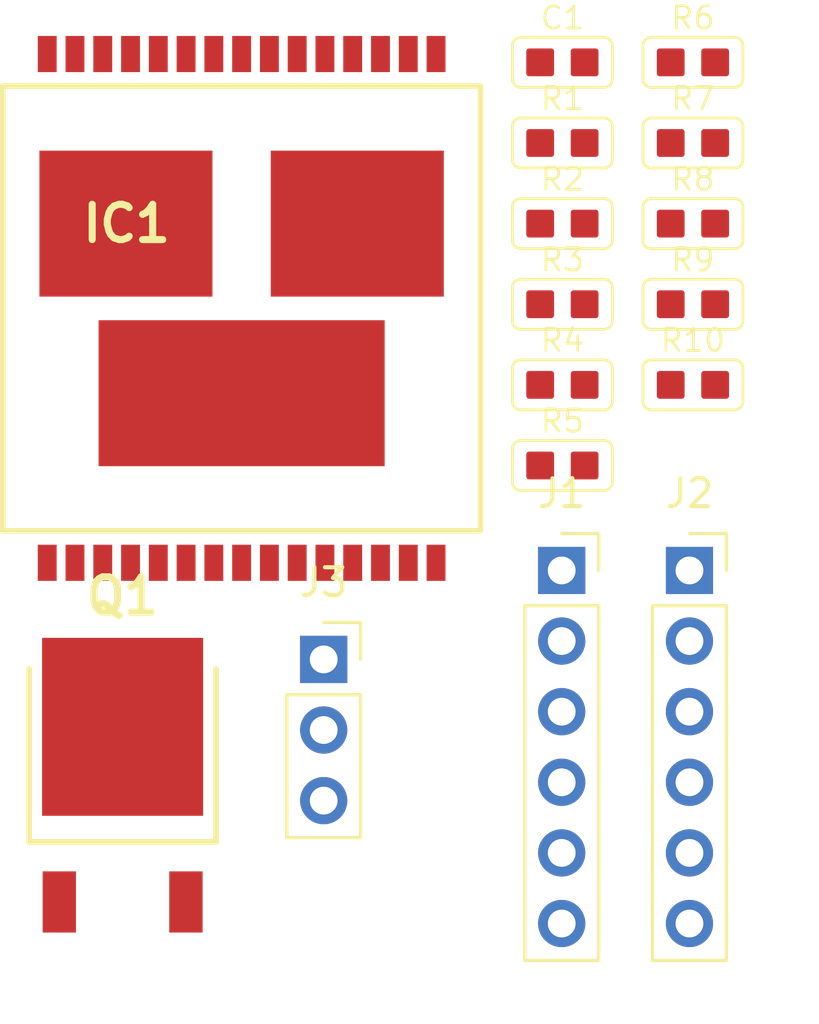
<source format=kicad_pcb>
(kicad_pcb (version 20221018) (generator pcbnew)
  (layers (0 "F.Cu" signal) (1 "In1.Cu" signal) (2 "In2.Cu" signal) (31 "B.Cu" signal) (34 "B.Paste" user) (35 "F.Paste" user) (36 "B.SilkS" user "B.Silkscreen") (37 "F.SilkS" user "F.Silkscreen") (38 "B.Mask" user) (39 "F.Mask" user) (44 "Edge.Cuts" user))
  (net 0 "")
  (net 1 "/M1 CS")
  (net 2 "GND")
  (net 3 "Net-(IC1-INA)")
  (net 4 "Net-(IC1-ENA)")
  (net 5 "Net-(IC1-CS_DIS)")
  (net 6 "Net-(IC1-PWM)")
  (net 7 "Net-(IC1-CS)")
  (net 8 "Net-(IC1-ENB)")
  (net 9 "Net-(IC1-INB)")
  (net 10 "Net-(IC1-CP)")
  (net 11 "VCC")
  (net 12 "/M1 OUTA")
  (net 13 "/M1 OUTB")
  (net 14 "Net-(Q1-D)")
  (net 15 "/M1 INA")
  (net 16 "/M1 INB")
  (net 17 "/M1 PWM")
  (net 18 "/ENC 1")
  (net 19 "/ENC 2")
  (net 20 "+3V3")
  (net 21 "/M SW")
  (footprint "test-pcb:res0603" (layer "F.Cu") (at 56.005 38.325)
    (fp_text reference "R8" (at 0 -1.6) (layer "F.SilkS") (effects (font (size 0.8 0.8) (thickness 0.1))))
    (fp_text value "10K")
    (fp_line (start -1.8 0.6) (end -1.8 -0.6) (stroke (width 0.1)) (layer "F.SilkS"))
    (fp_line (start -1.5 -0.9) (end 1.5 -0.9) (stroke (width 0.1)) (layer "F.SilkS"))
    (fp_line (start -1.5 0.9) (end 1.5 0.9) (stroke (width 0.1)) (layer "F.SilkS"))
    (fp_line (start 1.8 -0.6) (end 1.8 0.6) (stroke (width 0.1)) (layer "F.SilkS"))
    (fp_arc (start -1.8 -0.6) (mid -1.712132 -0.812132) (end -1.5 -0.9) (stroke (width 0.1)) (layer "F.SilkS"))
    (fp_arc (start -1.5 0.9) (mid -1.712132 0.812132) (end -1.8 0.6) (stroke (width 0.1)) (layer "F.SilkS"))
    (fp_arc (start 1.5 -0.9) (mid 1.712132 -0.812132) (end 1.8 -0.6) (stroke (width 0.1)) (layer "F.SilkS"))
    (fp_arc (start 1.8 0.6) (mid 1.712132 0.812132) (end 1.5 0.9) (stroke (width 0.1)) (layer "F.SilkS"))
    (pad "1" smd roundrect (at -0.8 0) (size 1 1) (layers "F.Cu" "F.Paste" "F.Mask") (roundrect_rratio 0.1) (net 20 "+3V3"))
    (pad "2" smd roundrect (at 0.8 0) (size 1 1) (layers "F.Cu" "F.Paste" "F.Mask") (roundrect_rratio 0.1) (net 8 "Net-(IC1-ENB)"))
  )
  (footprint "test-pcb:res0603" (layer "F.Cu") (at 56.005 44.125)
    (fp_text reference "R10" (at 0 -1.6) (layer "F.SilkS") (effects (font (size 0.8 0.8) (thickness 0.1))))
    (fp_text value "10K")
    (fp_line (start -1.8 0.6) (end -1.8 -0.6) (stroke (width 0.1)) (layer "F.SilkS"))
    (fp_line (start -1.5 -0.9) (end 1.5 -0.9) (stroke (width 0.1)) (layer "F.SilkS"))
    (fp_line (start -1.5 0.9) (end 1.5 0.9) (stroke (width 0.1)) (layer "F.SilkS"))
    (fp_line (start 1.8 -0.6) (end 1.8 0.6) (stroke (width 0.1)) (layer "F.SilkS"))
    (fp_arc (start -1.8 -0.6) (mid -1.712132 -0.812132) (end -1.5 -0.9) (stroke (width 0.1)) (layer "F.SilkS"))
    (fp_arc (start -1.5 0.9) (mid -1.712132 0.812132) (end -1.8 0.6) (stroke (width 0.1)) (layer "F.SilkS"))
    (fp_arc (start 1.5 -0.9) (mid 1.712132 -0.812132) (end 1.8 -0.6) (stroke (width 0.1)) (layer "F.SilkS"))
    (fp_arc (start 1.8 0.6) (mid 1.712132 0.812132) (end 1.5 0.9) (stroke (width 0.1)) (layer "F.SilkS"))
    (pad "1" smd roundrect (at -0.8 0) (size 1 1) (layers "F.Cu" "F.Paste" "F.Mask") (roundrect_rratio 0.1) (net 5 "Net-(IC1-CS_DIS)"))
    (pad "2" smd roundrect (at 0.8 0) (size 1 1) (layers "F.Cu" "F.Paste" "F.Mask") (roundrect_rratio 0.1) (net 2 "GND"))
  )
  (footprint "test-pcb:VNH5019A-E" (layer "F.Cu") (at 45.755 35.375)
    (fp_text reference "IC1" (at -10.14067 2.95) (layer "F.SilkS") (effects (font (size 1.27 1.27) (thickness 0.254))))
    (fp_text value "VNH5019ATR-E" hide)
    (fp_line (start -14.6 -2) (end 2.6 -2) (stroke (width 0.2)) (layer "F.SilkS"))
    (fp_line (start -14.6 14) (end -14.6 -2) (stroke (width 0.2)) (layer "F.SilkS"))
    (fp_line (start 2.6 -2) (end 2.6 14) (stroke (width 0.2)) (layer "F.SilkS"))
    (fp_line (start 2.6 14) (end -14.6 14) (stroke (width 0.2)) (layer "F.SilkS"))
    (pad "2" smd rect (at -12 15.15) (size 0.68 1.3) (layers "F.Cu" "F.Paste" "F.Mask"))
    (pad "4" smd rect (at -10 15.15) (size 0.68 1.3) (layers "F.Cu" "F.Paste" "F.Mask") (net 3 "Net-(IC1-INA)"))
    (pad "5" smd rect (at -9 15.15) (size 0.68 1.3) (layers "F.Cu" "F.Paste" "F.Mask") (net 4 "Net-(IC1-ENA)"))
    (pad "6" smd rect (at -8 15.15) (size 0.68 1.3) (layers "F.Cu" "F.Paste" "F.Mask") (net 5 "Net-(IC1-CS_DIS)"))
    (pad "7" smd rect (at -7 15.15) (size 0.68 1.3) (layers "F.Cu" "F.Paste" "F.Mask") (net 6 "Net-(IC1-PWM)"))
    (pad "8" smd rect (at -6 15.15) (size 0.68 1.3) (layers "F.Cu" "F.Paste" "F.Mask") (net 7 "Net-(IC1-CS)"))
    (pad "9" smd rect (at -5 15.15) (size 0.68 1.3) (layers "F.Cu" "F.Paste" "F.Mask") (net 8 "Net-(IC1-ENB)"))
    (pad "10" smd rect (at -4 15.15) (size 0.68 1.3) (layers "F.Cu" "F.Paste" "F.Mask") (net 9 "Net-(IC1-INB)"))
    (pad "11" smd rect (at -3 15.15) (size 0.68 1.3) (layers "F.Cu" "F.Paste" "F.Mask") (net 10 "Net-(IC1-CP)"))
    (pad "12" smd rect (at -2 15.15) (size 0.68 1.3) (layers "F.Cu" "F.Paste" "F.Mask") (net 11 "VCC"))
    (pad "14" smd rect (at 0 15.15) (size 0.68 1.3) (layers "F.Cu" "F.Paste" "F.Mask"))
    (pad "17" smd rect (at 0 -3.15) (size 0.68 1.3) (layers "F.Cu" "F.Paste" "F.Mask"))
    (pad "21" smd rect (at -4 -3.15) (size 0.68 1.3) (layers "F.Cu" "F.Paste" "F.Mask"))
    (pad "22" smd rect (at -5 -3.15) (size 0.68 1.3) (layers "F.Cu" "F.Paste" "F.Mask"))
    (pad "24" smd rect (at -7 -3.15) (size 0.68 1.3) (layers "F.Cu" "F.Paste" "F.Mask"))
    (pad "29" smd rect (at -12 -3.15) (size 0.68 1.3) (layers "F.Cu" "F.Paste" "F.Mask"))
    (pad "GND" smd rect (at -11 -3.15) (size 0.68 1.3) (layers "F.Cu" "F.Paste" "F.Mask"))
    (pad "GND" smd rect (at -10 -3.15) (size 0.68 1.3) (layers "F.Cu" "F.Paste" "F.Mask"))
    (pad "GND" smd rect (at -9 -3.15) (size 0.68 1.3) (layers "F.Cu" "F.Paste" "F.Mask"))
    (pad "GND" smd rect (at -3 -3.15) (size 0.68 1.3) (layers "F.Cu" "F.Paste" "F.Mask"))
    (pad "GND" smd rect (at -2 -3.15) (size 0.68 1.3) (layers "F.Cu" "F.Paste" "F.Mask"))
    (pad "GND" smd rect (at -1 -3.15) (size 0.68 1.3) (layers "F.Cu" "F.Paste" "F.Mask"))
    (pad "OUTA" smd rect (at -13 -3.15) (size 0.68 1.3) (layers "F.Cu" "F.Paste" "F.Mask") (net 12 "/M1 OUTA"))
    (pad "OUTA" smd rect (at -13 15.15) (size 0.68 1.3) (layers "F.Cu" "F.Paste" "F.Mask") (net 12 "/M1 OUTA"))
    (pad "OUTA" smd rect (at -10.165 2.95 90) (size 5.25 6.23) (layers "F.Cu" "F.Paste" "F.Mask") (net 12 "/M1 OUTA"))
    (pad "OUTA" smd rect (at -8 -3.15) (size 0.68 1.3) (layers "F.Cu" "F.Paste" "F.Mask") (net 12 "/M1 OUTA"))
    (pad "OUTB" smd rect (at -1.835 2.95 90) (size 5.25 6.23) (layers "F.Cu" "F.Paste" "F.Mask") (net 13 "/M1 OUTB"))
    (pad "OUTB" smd rect (at 1 -3.15) (size 0.68 1.3) (layers "F.Cu" "F.Paste" "F.Mask") (net 13 "/M1 OUTB"))
    (pad "OUTB" smd rect (at 1 15.15) (size 0.68 1.3) (layers "F.Cu" "F.Paste" "F.Mask") (net 13 "/M1 OUTB"))
    (pad "VCC" smd rect (at -11 15.15) (size 0.68 1.3) (layers "F.Cu" "F.Paste" "F.Mask") (net 14 "Net-(Q1-D)"))
    (pad "VCC" smd rect (at -6 -3.15) (size 0.68 1.3) (layers "F.Cu" "F.Paste" "F.Mask") (net 14 "Net-(Q1-D)"))
    (pad "VCC" smd rect (at -6 9.05 90) (size 5.25 10.3) (layers "F.Cu" "F.Paste" "F.Mask") (net 14 "Net-(Q1-D)"))
    (pad "VCC" smd rect (at -1 15.15) (size 0.68 1.3) (layers "F.Cu" "F.Paste" "F.Mask") (net 14 "Net-(Q1-D)"))
  )
  (footprint "test-pcb:res0603" (layer "F.Cu") (at 51.305 38.325)
    (fp_text reference "R2" (at 0 -1.6) (layer "F.SilkS") (effects (font (size 0.8 0.8) (thickness 0.1))))
    (fp_text value "1K")
    (fp_line (start -1.8 0.6) (end -1.8 -0.6) (stroke (width 0.1)) (layer "F.SilkS"))
    (fp_line (start -1.5 -0.9) (end 1.5 -0.9) (stroke (width 0.1)) (layer "F.SilkS"))
    (fp_line (start -1.5 0.9) (end 1.5 0.9) (stroke (width 0.1)) (layer "F.SilkS"))
    (fp_line (start 1.8 -0.6) (end 1.8 0.6) (stroke (width 0.1)) (layer "F.SilkS"))
    (fp_arc (start -1.8 -0.6) (mid -1.712132 -0.812132) (end -1.5 -0.9) (stroke (width 0.1)) (layer "F.SilkS"))
    (fp_arc (start -1.5 0.9) (mid -1.712132 0.812132) (end -1.8 0.6) (stroke (width 0.1)) (layer "F.SilkS"))
    (fp_arc (start 1.5 -0.9) (mid 1.712132 -0.812132) (end 1.8 -0.6) (stroke (width 0.1)) (layer "F.SilkS"))
    (fp_arc (start 1.8 0.6) (mid 1.712132 0.812132) (end 1.5 0.9) (stroke (width 0.1)) (layer "F.SilkS"))
    (pad "1" smd roundrect (at -0.8 0) (size 1 1) (layers "F.Cu" "F.Paste" "F.Mask") (roundrect_rratio 0.1) (net 21 "/M SW"))
    (pad "2" smd roundrect (at 0.8 0) (size 1 1) (layers "F.Cu" "F.Paste" "F.Mask") (roundrect_rratio 0.1) (net 8 "Net-(IC1-ENB)"))
  )
  (footprint "Connector_PinSocket_2.54mm:PinSocket_1x03_P2.54mm_Vertical" (layer "F.Cu") (at 42.71 54)
    (fp_text reference "J3" (at 0 -2.77) (layer "F.SilkS"))
    (fp_text value "Conn_01x03")
    (fp_line (start -1.33 1.27) (end -1.33 6.41) (stroke (width 0.12)) (layer "F.SilkS"))
    (fp_line (start -1.33 1.27) (end 1.33 1.27) (stroke (width 0.12)) (layer "F.SilkS"))
    (fp_line (start -1.33 6.41) (end 1.33 6.41) (stroke (width 0.12)) (layer "F.SilkS"))
    (fp_line (start 0 -1.33) (end 1.33 -1.33) (stroke (width 0.12)) (layer "F.SilkS"))
    (fp_line (start 1.33 -1.33) (end 1.33 0) (stroke (width 0.12)) (layer "F.SilkS"))
    (fp_line (start 1.33 1.27) (end 1.33 6.41) (stroke (width 0.12)) (layer "F.SilkS"))
    (pad "1" thru_hole rect (at 0 0) (size 1.7 1.7) (drill 1) (layers "*.Cu" "*.Mask") (net 11 "VCC"))
    (pad "2" thru_hole oval (at 0 2.54) (size 1.7 1.7) (drill 1) (layers "*.Cu" "*.Mask") (net 2 "GND"))
    (pad "3" thru_hole oval (at 0 5.08) (size 1.7 1.7) (drill 1) (layers "*.Cu" "*.Mask") (net 20 "+3V3"))
  )
  (footprint "test-pcb:res0603" (layer "F.Cu") (at 56.005 35.425)
    (fp_text reference "R7" (at 0 -1.6) (layer "F.SilkS") (effects (font (size 0.8 0.8) (thickness 0.1))))
    (fp_text value "10K")
    (fp_line (start -1.8 0.6) (end -1.8 -0.6) (stroke (width 0.1)) (layer "F.SilkS"))
    (fp_line (start -1.5 -0.9) (end 1.5 -0.9) (stroke (width 0.1)) (layer "F.SilkS"))
    (fp_line (start -1.5 0.9) (end 1.5 0.9) (stroke (width 0.1)) (layer "F.SilkS"))
    (fp_line (start 1.8 -0.6) (end 1.8 0.6) (stroke (width 0.1)) (layer "F.SilkS"))
    (fp_arc (start -1.8 -0.6) (mid -1.712132 -0.812132) (end -1.5 -0.9) (stroke (width 0.1)) (layer "F.SilkS"))
    (fp_arc (start -1.5 0.9) (mid -1.712132 0.812132) (end -1.8 0.6) (stroke (width 0.1)) (layer "F.SilkS"))
    (fp_arc (start 1.5 -0.9) (mid 1.712132 -0.812132) (end 1.8 -0.6) (stroke (width 0.1)) (layer "F.SilkS"))
    (fp_arc (start 1.8 0.6) (mid 1.712132 0.812132) (end 1.5 0.9) (stroke (width 0.1)) (layer "F.SilkS"))
    (pad "1" smd roundrect (at -0.8 0) (size 1 1) (layers "F.Cu" "F.Paste" "F.Mask") (roundrect_rratio 0.1) (net 1 "/M1 CS"))
    (pad "2" smd roundrect (at 0.8 0) (size 1 1) (layers "F.Cu" "F.Paste" "F.Mask") (roundrect_rratio 0.1) (net 7 "Net-(IC1-CS)"))
  )
  (footprint "test-pcb:cap0603" (layer "F.Cu") (at 51.305 32.525)
    (fp_text reference "C1" (at 0 -1.6 unlocked) (layer "F.SilkS") (effects (font (size 0.8 0.8) (thickness 0.1))))
    (fp_text value "33n")
    (fp_line (start -1.8 0.6) (end -1.8 -0.6) (stroke (width 0.1)) (layer "F.SilkS"))
    (fp_line (start -1.5 -0.9) (end 1.5 -0.9) (stroke (width 0.1)) (layer "F.SilkS"))
    (fp_line (start -1.5 0.9) (end 1.5 0.9) (stroke (width 0.1)) (layer "F.SilkS"))
    (fp_line (start 1.8 -0.6) (end 1.8 0.6) (stroke (width 0.1)) (layer "F.SilkS"))
    (fp_arc (start -1.8 -0.6) (mid -1.712132 -0.812132) (end -1.5 -0.9) (stroke (width 0.1)) (layer "F.SilkS"))
    (fp_arc (start -1.5 0.9) (mid -1.712132 0.812132) (end -1.8 0.6) (stroke (width 0.1)) (layer "F.SilkS"))
    (fp_arc (start 1.5 -0.9) (mid 1.712132 -0.812132) (end 1.8 -0.6) (stroke (width 0.1)) (layer "F.SilkS"))
    (fp_arc (start 1.8 0.6) (mid 1.712132 0.812132) (end 1.5 0.9) (stroke (width 0.1)) (layer "F.SilkS"))
    (pad "1" smd roundrect (at -0.8 0) (size 1 1) (layers "F.Cu" "F.Paste" "F.Mask") (roundrect_rratio 0.1) (net 1 "/M1 CS"))
    (pad "2" smd roundrect (at 0.8 0) (size 1 1) (layers "F.Cu" "F.Paste" "F.Mask") (roundrect_rratio 0.1) (net 2 "GND"))
  )
  (footprint "test-pcb:IPD050N10N5ATMA1" (layer "F.Cu") (at 35.47 56.425)
    (fp_text reference "Q1" (at 0 -4.7 180) (layer "F.SilkS") (effects (font (size 1.27 1.27) (thickness 0.254))))
    (fp_text value "IPD050N10N5ATMA1" hide)
    (fp_line (start -3.365 -2.08) (end -3.365 -2.08) (stroke (width 0.2)) (layer "F.SilkS"))
    (fp_line (start -3.365 -2.08) (end -3.365 4.14) (stroke (width 0.2)) (layer "F.SilkS"))
    (fp_line (start -3.365 4.14) (end -3.365 -2.08) (stroke (width 0.2)) (layer "F.SilkS"))
    (fp_line (start -3.365 4.14) (end -3.365 4.14) (stroke (width 0.2)) (layer "F.SilkS"))
    (fp_line (start -3.365 4.14) (end -3.365 4.14) (stroke (width 0.2)) (layer "F.SilkS"))
    (fp_line (start -3.365 4.14) (end 3.365 4.14) (stroke (width 0.2)) (layer "F.SilkS"))
    (fp_line (start 3.365 -2.08) (end 3.365 -2.08) (stroke (width 0.2)) (layer "F.SilkS"))
    (fp_line (start 3.365 -2.08) (end 3.365 4.14) (stroke (width 0.2)) (layer "F.SilkS"))
    (fp_line (start 3.365 4.14) (end -3.365 4.14) (stroke (width 0.2)) (layer "F.SilkS"))
    (fp_line (start 3.365 4.14) (end 3.365 -2.08) (stroke (width 0.2)) (layer "F.SilkS"))
    (fp_line (start 3.365 4.14) (end 3.365 4.14) (stroke (width 0.2)) (layer "F.SilkS"))
    (fp_line (start 3.365 4.14) (end 3.365 4.14) (stroke (width 0.2)) (layer "F.SilkS"))
    (pad "1" smd rect (at -2.28 6.3) (size 1.2 2.2) (layers "F.Cu" "F.Paste" "F.Mask") (net 10 "Net-(IC1-CP)"))
    (pad "2" smd rect (at 0 0) (size 5.8 6.4) (layers "F.Cu" "F.Paste" "F.Mask") (net 14 "Net-(Q1-D)"))
    (pad "3" smd rect (at 2.28 6.3) (size 1.2 2.2) (layers "F.Cu" "F.Paste" "F.Mask") (net 11 "VCC"))
  )
  (footprint "test-pcb:res0603" (layer "F.Cu") (at 51.305 47.025)
    (fp_text reference "R5" (at 0 -1.6) (layer "F.SilkS") (effects (font (size 0.8 0.8) (thickness 0.1))))
    (fp_text value "1K")
    (fp_line (start -1.8 0.6) (end -1.8 -0.6) (stroke (width 0.1)) (layer "F.SilkS"))
    (fp_line (start -1.5 -0.9) (end 1.5 -0.9) (stroke (width 0.1)) (layer "F.SilkS"))
    (fp_line (start -1.5 0.9) (end 1.5 0.9) (stroke (width 0.1)) (layer "F.SilkS"))
    (fp_line (start 1.8 -0.6) (end 1.8 0.6) (stroke (width 0.1)) (layer "F.SilkS"))
    (fp_arc (start -1.8 -0.6) (mid -1.712132 -0.812132) (end -1.5 -0.9) (stroke (width 0.1)) (layer "F.SilkS"))
    (fp_arc (start -1.5 0.9) (mid -1.712132 0.812132) (end -1.8 0.6) (stroke (width 0.1)) (layer "F.SilkS"))
    (fp_arc (start 1.5 -0.9) (mid 1.712132 -0.812132) (end 1.8 -0.6) (stroke (width 0.1)) (layer "F.SilkS"))
    (fp_arc (start 1.8 0.6) (mid 1.712132 0.812132) (end 1.5 0.9) (stroke (width 0.1)) (layer "F.SilkS"))
    (pad "1" smd roundrect (at -0.8 0) (size 1 1) (layers "F.Cu" "F.Paste" "F.Mask") (roundrect_rratio 0.1) (net 16 "/M1 INB"))
    (pad "2" smd roundrect (at 0.8 0) (size 1 1) (layers "F.Cu" "F.Paste" "F.Mask") (roundrect_rratio 0.1) (net 9 "Net-(IC1-INB)"))
  )
  (footprint "test-pcb:res0603" (layer "F.Cu") (at 56.005 32.525)
    (fp_text reference "R6" (at 0 -1.6) (layer "F.SilkS") (effects (font (size 0.8 0.8) (thickness 0.1))))
    (fp_text value "1K")
    (fp_line (start -1.8 0.6) (end -1.8 -0.6) (stroke (width 0.1)) (layer "F.SilkS"))
    (fp_line (start -1.5 -0.9) (end 1.5 -0.9) (stroke (width 0.1)) (layer "F.SilkS"))
    (fp_line (start -1.5 0.9) (end 1.5 0.9) (stroke (width 0.1)) (layer "F.SilkS"))
    (fp_line (start 1.8 -0.6) (end 1.8 0.6) (stroke (width 0.1)) (layer "F.SilkS"))
    (fp_arc (start -1.8 -0.6) (mid -1.712132 -0.812132) (end -1.5 -0.9) (stroke (width 0.1)) (layer "F.SilkS"))
    (fp_arc (start -1.5 0.9) (mid -1.712132 0.812132) (end -1.8 0.6) (stroke (width 0.1)) (layer "F.SilkS"))
    (fp_arc (start 1.5 -0.9) (mid 1.712132 -0.812132) (end 1.8 -0.6) (stroke (width 0.1)) (layer "F.SilkS"))
    (fp_arc (start 1.8 0.6) (mid 1.712132 0.812132) (end 1.5 0.9) (stroke (width 0.1)) (layer "F.SilkS"))
    (pad "1" smd roundrect (at -0.8 0) (size 1 1) (layers "F.Cu" "F.Paste" "F.Mask") (roundrect_rratio 0.1) (net 17 "/M1 PWM"))
    (pad "2" smd roundrect (at 0.8 0) (size 1 1) (layers "F.Cu" "F.Paste" "F.Mask") (roundrect_rratio 0.1) (net 6 "Net-(IC1-PWM)"))
  )
  (footprint "test-pcb:res0603" (layer "F.Cu") (at 51.305 41.225)
    (fp_text reference "R3" (at 0 -1.6) (layer "F.SilkS") (effects (font (size 0.8 0.8) (thickness 0.1))))
    (fp_text value "10K")
    (fp_line (start -1.8 0.6) (end -1.8 -0.6) (stroke (width 0.1)) (layer "F.SilkS"))
    (fp_line (start -1.5 -0.9) (end 1.5 -0.9) (stroke (width 0.1)) (layer "F.SilkS"))
    (fp_line (start -1.5 0.9) (end 1.5 0.9) (stroke (width 0.1)) (layer "F.SilkS"))
    (fp_line (start 1.8 -0.6) (end 1.8 0.6) (stroke (width 0.1)) (layer "F.SilkS"))
    (fp_arc (start -1.8 -0.6) (mid -1.712132 -0.812132) (end -1.5 -0.9) (stroke (width 0.1)) (layer "F.SilkS"))
    (fp_arc (start -1.5 0.9) (mid -1.712132 0.812132) (end -1.8 0.6) (stroke (width 0.1)) (layer "F.SilkS"))
    (fp_arc (start 1.5 -0.9) (mid 1.712132 -0.812132) (end 1.8 -0.6) (stroke (width 0.1)) (layer "F.SilkS"))
    (fp_arc (start 1.8 0.6) (mid 1.712132 0.812132) (end 1.5 0.9) (stroke (width 0.1)) (layer "F.SilkS"))
    (pad "1" smd roundrect (at -0.8 0) (size 1 1) (layers "F.Cu" "F.Paste" "F.Mask") (roundrect_rratio 0.1) (net 20 "+3V3"))
    (pad "2" smd roundrect (at 0.8 0) (size 1 1) (layers "F.Cu" "F.Paste" "F.Mask") (roundrect_rratio 0.1) (net 4 "Net-(IC1-ENA)"))
  )
  (footprint "test-pcb:res0603" (layer "F.Cu") (at 56.005 41.225)
    (fp_text reference "R9" (at 0 -1.6) (layer "F.SilkS") (effects (font (size 0.8 0.8) (thickness 0.1))))
    (fp_text value "1K5")
    (fp_line (start -1.8 0.6) (end -1.8 -0.6) (stroke (width 0.1)) (layer "F.SilkS"))
    (fp_line (start -1.5 -0.9) (end 1.5 -0.9) (stroke (width 0.1)) (layer "F.SilkS"))
    (fp_line (start -1.5 0.9) (end 1.5 0.9) (stroke (width 0.1)) (layer "F.SilkS"))
    (fp_line (start 1.8 -0.6) (end 1.8 0.6) (stroke (width 0.1)) (layer "F.SilkS"))
    (fp_arc (start -1.8 -0.6) (mid -1.712132 -0.812132) (end -1.5 -0.9) (stroke (width 0.1)) (layer "F.SilkS"))
    (fp_arc (start -1.5 0.9) (mid -1.712132 0.812132) (end -1.8 0.6) (stroke (width 0.1)) (layer "F.SilkS"))
    (fp_arc (start 1.5 -0.9) (mid 1.712132 -0.812132) (end 1.8 -0.6) (stroke (width 0.1)) (layer "F.SilkS"))
    (fp_arc (start 1.8 0.6) (mid 1.712132 0.812132) (end 1.5 0.9) (stroke (width 0.1)) (layer "F.SilkS"))
    (pad "1" smd roundrect (at -0.8 0) (size 1 1) (layers "F.Cu" "F.Paste" "F.Mask") (roundrect_rratio 0.1) (net 7 "Net-(IC1-CS)"))
    (pad "2" smd roundrect (at 0.8 0) (size 1 1) (layers "F.Cu" "F.Paste" "F.Mask") (roundrect_rratio 0.1) (net 2 "GND"))
  )
  (footprint "Connector_PinSocket_2.54mm:PinSocket_1x06_P2.54mm_Vertical" (layer "F.Cu") (at 55.88 50.8)
    (fp_text reference "J2" (at 0 -2.77) (layer "F.SilkS"))
    (fp_text value "Conn_01x06")
    (fp_line (start -1.33 1.27) (end -1.33 14.03) (stroke (width 0.12)) (layer "F.SilkS"))
    (fp_line (start -1.33 1.27) (end 1.33 1.27) (stroke (width 0.12)) (layer "F.SilkS"))
    (fp_line (start -1.33 14.03) (end 1.33 14.03) (stroke (width 0.12)) (layer "F.SilkS"))
    (fp_line (start 0 -1.33) (end 1.33 -1.33) (stroke (width 0.12)) (layer "F.SilkS"))
    (fp_line (start 1.33 -1.33) (end 1.33 0) (stroke (width 0.12)) (layer "F.SilkS"))
    (fp_line (start 1.33 1.27) (end 1.33 14.03) (stroke (width 0.12)) (layer "F.SilkS"))
    (pad "1" thru_hole rect (at 0 0) (size 1.7 1.7) (drill 1) (layers "*.Cu" "*.Mask") (net 11 "VCC"))
    (pad "2" thru_hole oval (at 0 2.54) (size 1.7 1.7) (drill 1) (layers "*.Cu" "*.Mask") (net 2 "GND"))
    (pad "3" thru_hole oval (at 0 5.08) (size 1.7 1.7) (drill 1) (layers "*.Cu" "*.Mask") (net 18 "/ENC 1"))
    (pad "4" thru_hole oval (at 0 7.62) (size 1.7 1.7) (drill 1) (layers "*.Cu" "*.Mask") (net 19 "/ENC 2"))
    (pad "5" thru_hole oval (at 0 10.16) (size 1.7 1.7) (drill 1) (layers "*.Cu" "*.Mask") (net 20 "+3V3"))
    (pad "6" thru_hole oval (at 0 12.7) (size 1.7 1.7) (drill 1) (layers "*.Cu" "*.Mask") (net 2 "GND"))
  )
  (footprint "test-pcb:res0603" (layer "F.Cu") (at 51.305 44.125)
    (fp_text reference "R4" (at 0 -1.6) (layer "F.SilkS") (effects (font (size 0.8 0.8) (thickness 0.1))))
    (fp_text value "1K")
    (fp_line (start -1.8 0.6) (end -1.8 -0.6) (stroke (width 0.1)) (layer "F.SilkS"))
    (fp_line (start -1.5 -0.9) (end 1.5 -0.9) (stroke (width 0.1)) (layer "F.SilkS"))
    (fp_line (start -1.5 0.9) (end 1.5 0.9) (stroke (width 0.1)) (layer "F.SilkS"))
    (fp_line (start 1.8 -0.6) (end 1.8 0.6) (stroke (width 0.1)) (layer "F.SilkS"))
    (fp_arc (start -1.8 -0.6) (mid -1.712132 -0.812132) (end -1.5 -0.9) (stroke (width 0.1)) (layer "F.SilkS"))
    (fp_arc (start -1.5 0.9) (mid -1.712132 0.812132) (end -1.8 0.6) (stroke (width 0.1)) (layer "F.SilkS"))
    (fp_arc (start 1.5 -0.9) (mid 1.712132 -0.812132) (end 1.8 -0.6) (stroke (width 0.1)) (layer "F.SilkS"))
    (fp_arc (start 1.8 0.6) (mid 1.712132 0.812132) (end 1.5 0.9) (stroke (width 0.1)) (layer "F.SilkS"))
    (pad "1" smd roundrect (at -0.8 0) (size 1 1) (layers "F.Cu" "F.Paste" "F.Mask") (roundrect_rratio 0.1) (net 15 "/M1 INA"))
    (pad "2" smd roundrect (at 0.8 0) (size 1 1) (layers "F.Cu" "F.Paste" "F.Mask") (roundrect_rratio 0.1) (net 3 "Net-(IC1-INA)"))
  )
  (footprint "Connector_PinSocket_2.54mm:PinSocket_1x06_P2.54mm_Vertical" (layer "F.Cu") (at 51.28 50.8)
    (fp_text reference "J1" (at 0 -2.77) (layer "F.SilkS"))
    (fp_text value "Conn_01x06")
    (fp_line (start -1.33 1.27) (end -1.33 14.03) (stroke (width 0.12)) (layer "F.SilkS"))
    (fp_line (start -1.33 1.27) (end 1.33 1.27) (stroke (width 0.12)) (layer "F.SilkS"))
    (fp_line (start -1.33 14.03) (end 1.33 14.03) (stroke (width 0.12)) (layer "F.SilkS"))
    (fp_line (start 0 -1.33) (end 1.33 -1.33) (stroke (width 0.12)) (layer "F.SilkS"))
    (fp_line (start 1.33 -1.33) (end 1.33 0) (stroke (width 0.12)) (layer "F.SilkS"))
    (fp_line (start 1.33 1.27) (end 1.33 14.03) (stroke (width 0.12)) (layer "F.SilkS"))
    (pad "1" thru_hole rect (at 0 0) (size 1.7 1.7) (drill 1) (layers "*.Cu" "*.Mask") (net 15 "/M1 INA"))
    (pad "2" thru_hole oval (at 0 2.54) (size 1.7 1.7) (drill 1) (layers "*.Cu" "*.Mask") (net 16 "/M1 INB"))
    (pad "3" thru_hole oval (at 0 5.08) (size 1.7 1.7) (drill 1) (layers "*.Cu" "*.Mask") (net 17 "/M1 PWM"))
    (pad "4" thru_hole oval (at 0 7.62) (size 1.7 1.7) (drill 1) (layers "*.Cu" "*.Mask") (net 1 "/M1 CS"))
    (pad "5" thru_hole oval (at 0 10.16) (size 1.7 1.7) (drill 1) (layers "*.Cu" "*.Mask") (net 18 "/ENC 1"))
    (pad "6" thru_hole oval (at 0 12.7) (size 1.7 1.7) (drill 1) (layers "*.Cu" "*.Mask") (net 19 "/ENC 2"))
  )
  (footprint "test-pcb:res0603" (layer "F.Cu") (at 51.305 35.425)
    (fp_text reference "R1" (at 0 -1.6) (layer "F.SilkS") (effects (font (size 0.8 0.8) (thickness 0.1))))
    (fp_text value "1K")
    (fp_line (start -1.8 0.6) (end -1.8 -0.6) (stroke (width 0.1)) (layer "F.SilkS"))
    (fp_line (start -1.5 -0.9) (end 1.5 -0.9) (stroke (width 0.1)) (layer "F.SilkS"))
    (fp_line (start -1.5 0.9) (end 1.5 0.9) (stroke (width 0.1)) (layer "F.SilkS"))
    (fp_line (start 1.8 -0.6) (end 1.8 0.6) (stroke (width 0.1)) (layer "F.SilkS"))
    (fp_arc (start -1.8 -0.6) (mid -1.712132 -0.812132) (end -1.5 -0.9) (stroke (width 0.1)) (layer "F.SilkS"))
    (fp_arc (start -1.5 0.9) (mid -1.712132 0.812132) (end -1.8 0.6) (stroke (width 0.1)) (layer "F.SilkS"))
    (fp_arc (start 1.5 -0.9) (mid 1.712132 -0.812132) (end 1.8 -0.6) (stroke (width 0.1)) (layer "F.SilkS"))
    (fp_arc (start 1.8 0.6) (mid 1.712132 0.812132) (end 1.5 0.9) (stroke (width 0.1)) (layer "F.SilkS"))
    (pad "1" smd roundrect (at -0.8 0) (size 1 1) (layers "F.Cu" "F.Paste" "F.Mask") (roundrect_rratio 0.1) (net 21 "/M SW"))
    (pad "2" smd roundrect (at 0.8 0) (size 1 1) (layers "F.Cu" "F.Paste" "F.Mask") (roundrect_rratio 0.1) (net 4 "Net-(IC1-ENA)"))
  )
)
</source>
